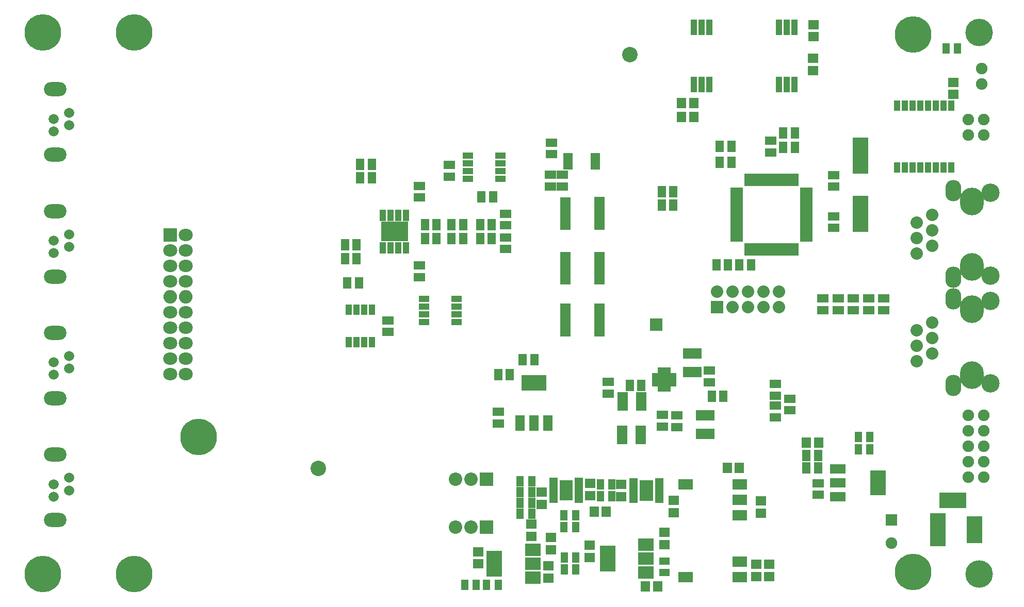
<source format=gts>
G04 #@! TF.FileFunction,Soldermask,Top*
%FSLAX46Y46*%
G04 Gerber Fmt 4.6, Leading zero omitted, Abs format (unit mm)*
G04 Created by KiCad (PCBNEW 4.0.4+e1-6308~48~ubuntu15.10.1-stable) date Wed Aug 23 09:17:44 2017*
%MOMM*%
%LPD*%
G01*
G04 APERTURE LIST*
%ADD10C,0.150000*%
%ADD11C,6.008000*%
%ADD12C,4.508000*%
%ADD13C,1.908000*%
%ADD14R,1.758000X1.508000*%
%ADD15R,1.508000X1.758000*%
%ADD16R,1.208000X1.808000*%
%ADD17C,2.540000*%
%ADD18R,1.397000X1.905000*%
%ADD19R,1.905000X1.397000*%
%ADD20C,1.668000*%
%ADD21O,3.708000X2.308000*%
%ADD22R,2.235200X2.235200*%
%ADD23O,2.308000X2.008000*%
%ADD24O,2.235200X2.235200*%
%ADD25R,1.209040X0.756920*%
%ADD26R,0.756920X1.209040*%
%ADD27R,1.958340X1.958340*%
%ADD28R,1.208000X1.208000*%
%ADD29R,2.032000X2.032000*%
%ADD30C,2.032000*%
%ADD31R,3.048000X1.778000*%
%ADD32R,1.778000X3.048000*%
%ADD33R,4.508500X2.506980*%
%ADD34R,2.506980X4.508500*%
%ADD35R,2.506980X5.509260*%
%ADD36R,1.651000X1.016000*%
%ADD37R,1.508760X0.777240*%
%ADD38R,1.016000X1.651000*%
%ADD39R,2.540000X4.165600*%
%ADD40R,2.540000X1.524000*%
%ADD41R,0.914400X2.032000*%
%ADD42R,2.032000X0.914400*%
%ADD43R,4.165600X2.540000*%
%ADD44R,1.524000X2.540000*%
%ADD45R,1.905000X1.905000*%
%ADD46C,1.905000*%
%ADD47R,1.107440X1.907540*%
%ADD48R,4.508500X3.307080*%
%ADD49R,2.506980X6.007100*%
%ADD50R,1.658620X0.939800*%
%ADD51R,1.108000X2.508000*%
%ADD52R,1.808000X1.208000*%
%ADD53R,2.208000X2.208000*%
%ADD54O,2.208000X2.208000*%
%ADD55R,1.398000X0.928000*%
%ADD56R,1.333000X1.220500*%
%ADD57R,2.408000X1.708000*%
%ADD58R,2.508000X4.308000*%
%ADD59R,2.508000X2.008000*%
%ADD60O,2.608000X3.508000*%
%ADD61O,3.908000X4.543000*%
%ADD62C,3.008000*%
G04 APERTURE END LIST*
D10*
D11*
X208560900Y-51362000D03*
X80710000Y-51020000D03*
X80710000Y-140020000D03*
D12*
X219380000Y-140020000D03*
X219380000Y-51020000D03*
D11*
X65710000Y-140020000D03*
X65710000Y-51020000D03*
X208560900Y-139678000D03*
D13*
X220186200Y-67850000D03*
X217646200Y-67850000D03*
X220186200Y-65310000D03*
X217646200Y-65310000D03*
D14*
X184962800Y-140369800D03*
X184962800Y-138369800D03*
D15*
X193050000Y-118400000D03*
X191050000Y-118400000D03*
D16*
X136850000Y-141775000D03*
X134950000Y-141775000D03*
D15*
X164650000Y-142000000D03*
X166650000Y-142000000D03*
D14*
X148725000Y-140650000D03*
X148725000Y-138650000D03*
D13*
X219820000Y-56950000D03*
X219820000Y-59490000D03*
D17*
X162050000Y-54660000D03*
D18*
X162052000Y-108993940D03*
X163957000Y-108993940D03*
D19*
X175158400Y-106540300D03*
X175158400Y-108445300D03*
D11*
X91287600Y-117449600D03*
D20*
X70081200Y-126230000D03*
X70081200Y-124190000D03*
X67531200Y-125210000D03*
X67531200Y-127250000D03*
D21*
X67731200Y-131100000D03*
X67731200Y-120340000D03*
D20*
X70081200Y-106230000D03*
X70081200Y-104190000D03*
X67531200Y-105210000D03*
X67531200Y-107250000D03*
D21*
X67731200Y-111100000D03*
X67731200Y-100340000D03*
D20*
X70081200Y-86230000D03*
X70081200Y-84190000D03*
X67531200Y-85210000D03*
X67531200Y-87250000D03*
D21*
X67731200Y-91100000D03*
X67731200Y-80340000D03*
D20*
X70081200Y-66230000D03*
X70081200Y-64190000D03*
X67531200Y-65210000D03*
X67531200Y-67250000D03*
D21*
X67731200Y-71100000D03*
X67731200Y-60340000D03*
D22*
X86671200Y-84290000D03*
D23*
X89211200Y-84290000D03*
X86671200Y-86830000D03*
X89211200Y-86830000D03*
X86671200Y-89370000D03*
X89211200Y-89370000D03*
X86671200Y-91910000D03*
X89211200Y-91910000D03*
D24*
X86671200Y-94450000D03*
X89211200Y-94450000D03*
D23*
X86671200Y-96990000D03*
X89211200Y-96990000D03*
X86671200Y-99530000D03*
X89211200Y-99530000D03*
X86671200Y-102070000D03*
X89211200Y-102070000D03*
X86671200Y-104610000D03*
X89211200Y-104610000D03*
X86671200Y-107150000D03*
X89211200Y-107150000D03*
D25*
X169108120Y-108790740D03*
X169108120Y-108290360D03*
X169108120Y-107292140D03*
X169108120Y-107792520D03*
D26*
X167459660Y-106641900D03*
X166959280Y-106641900D03*
X167957500Y-106641900D03*
X168457880Y-106641900D03*
X166959280Y-109440980D03*
X167459660Y-109440980D03*
X168457880Y-109440980D03*
X167957500Y-109440980D03*
D25*
X166309040Y-108290360D03*
X166309040Y-108790740D03*
X166309040Y-107792520D03*
X166309040Y-107292140D03*
D27*
X167708580Y-108041440D03*
D28*
X167358580Y-107691440D03*
X168058580Y-107691440D03*
X168058580Y-108391440D03*
X167358580Y-108391440D03*
D29*
X176427600Y-96162000D03*
D30*
X176427600Y-93622000D03*
X178967600Y-96162000D03*
X178967600Y-93622000D03*
X181507600Y-96162000D03*
X181507600Y-93622000D03*
X184047600Y-96162000D03*
X184047600Y-93622000D03*
X186587600Y-96162000D03*
X186587600Y-93622000D03*
D31*
X174417600Y-113898000D03*
X174417600Y-116946000D03*
D32*
X160832800Y-117142260D03*
X163880800Y-117142260D03*
D18*
X181960100Y-89142000D03*
X180055100Y-89142000D03*
X176305100Y-89142000D03*
X178210100Y-89142000D03*
D19*
X185206640Y-70693280D03*
X185206640Y-68788280D03*
D18*
X117210100Y-85892000D03*
X115305100Y-85892000D03*
X117210100Y-88142000D03*
X115305100Y-88142000D03*
X119710100Y-74892000D03*
X117805100Y-74892000D03*
X119710100Y-72642000D03*
X117805100Y-72642000D03*
D19*
X127507600Y-89289500D03*
X127507600Y-91194500D03*
X127508000Y-78094840D03*
X127508000Y-76189840D03*
X149057360Y-74388980D03*
X149057360Y-76293980D03*
X151008080Y-74388980D03*
X151008080Y-76293980D03*
D33*
X215099260Y-127899400D03*
D34*
X218599380Y-132700000D03*
D35*
X212599900Y-132700000D03*
D18*
X169210100Y-79392000D03*
X167305100Y-79392000D03*
X169210100Y-77142000D03*
X167305100Y-77142000D03*
D29*
X166407600Y-99042000D03*
D36*
X140822680Y-71236840D03*
X135488680Y-71236840D03*
X140822680Y-72506840D03*
X140822680Y-73776840D03*
X140822680Y-75046840D03*
X135488680Y-72506840D03*
X135488680Y-73776840D03*
X135488680Y-75046840D03*
D19*
X141658340Y-82692240D03*
X141658340Y-80787240D03*
X132455920Y-72788780D03*
X132455920Y-74693780D03*
D37*
X151935180Y-71125080D03*
X151935180Y-71633080D03*
X151935180Y-72141080D03*
X151935180Y-72649080D03*
X151935180Y-73157080D03*
X156380180Y-73157080D03*
X156380180Y-72649080D03*
X156380180Y-72141080D03*
X156380180Y-71633080D03*
X156380180Y-71125080D03*
D19*
X141658340Y-84688680D03*
X141658340Y-86593680D03*
D18*
X137703560Y-78041500D03*
X139608560Y-78041500D03*
D19*
X122356880Y-98287840D03*
X122356880Y-100192840D03*
D36*
X128341120Y-98546920D03*
X133675120Y-98546920D03*
X128341120Y-97276920D03*
X128341120Y-96006920D03*
X128341120Y-94736920D03*
X133675120Y-97276920D03*
X133675120Y-96006920D03*
X133675120Y-94736920D03*
D38*
X214866600Y-63042800D03*
X213596600Y-63042800D03*
X212326600Y-63042800D03*
X211056600Y-63042800D03*
X209786600Y-63042800D03*
X208516600Y-63042800D03*
X207246600Y-63042800D03*
X205976600Y-63042800D03*
X205976600Y-73202800D03*
X207246600Y-73202800D03*
X208516600Y-73202800D03*
X209786600Y-73202800D03*
X211056600Y-73202800D03*
X212326600Y-73202800D03*
X213596600Y-73202800D03*
X214866600Y-73202800D03*
D13*
X220186200Y-124080000D03*
X217646200Y-124080000D03*
X220186200Y-121540000D03*
X217646200Y-121540000D03*
X220186200Y-119000000D03*
X217646200Y-119000000D03*
X220186200Y-116460000D03*
X217646200Y-116460000D03*
X220186200Y-113920000D03*
X217646200Y-113920000D03*
D18*
X192952500Y-120500000D03*
X191047500Y-120500000D03*
X176822100Y-72364600D03*
X178727100Y-72364600D03*
X187253880Y-69842380D03*
X189158880Y-69842380D03*
X178760120Y-69740780D03*
X176855120Y-69740780D03*
X187253880Y-67541140D03*
X189158880Y-67541140D03*
X137505440Y-84841080D03*
X139410440Y-84841080D03*
D31*
X172364400Y-106781600D03*
X172364400Y-103733600D03*
D32*
X163923980Y-111589820D03*
X160875980Y-111589820D03*
D19*
X195507600Y-74439500D03*
X195507600Y-76344500D03*
X195507600Y-83094500D03*
X195507600Y-81189500D03*
X193000000Y-126952500D03*
X193000000Y-125047500D03*
D18*
X177431700Y-110810040D03*
X175526700Y-110810040D03*
D19*
X169778680Y-113908840D03*
X169778680Y-115813840D03*
X167396160Y-113837720D03*
X167396160Y-115742720D03*
D18*
X115704620Y-92141040D03*
X117609620Y-92141040D03*
D19*
X193757600Y-94689500D03*
X193757600Y-96594500D03*
X196257600Y-94689500D03*
X196257600Y-96594500D03*
X198757600Y-94689500D03*
X198757600Y-96594500D03*
X201257600Y-94689500D03*
X201257600Y-96594500D03*
X203757600Y-94689500D03*
X203757600Y-96594500D03*
D18*
X192952500Y-122500000D03*
X191047500Y-122500000D03*
D39*
X202802000Y-125000000D03*
D40*
X196198000Y-125000000D03*
X196198000Y-127286000D03*
X196198000Y-122714000D03*
D41*
X185320940Y-75209400D03*
X184520840Y-75209400D03*
X183720740Y-75209400D03*
X182920640Y-75209400D03*
X182120540Y-75209400D03*
X181320440Y-75209400D03*
X186121040Y-75209400D03*
X186921140Y-75209400D03*
X187721240Y-75209400D03*
X188521340Y-75209400D03*
X189321440Y-75209400D03*
X185320940Y-86639400D03*
X184520840Y-86639400D03*
X183720740Y-86639400D03*
X182920640Y-86639400D03*
X182120540Y-86639400D03*
X181320440Y-86639400D03*
X186121040Y-86639400D03*
X186921140Y-86639400D03*
X187721240Y-86639400D03*
X188521340Y-86639400D03*
X189321440Y-86639400D03*
D42*
X179605940Y-80924400D03*
X191035940Y-80924400D03*
X179605940Y-81724500D03*
X191035940Y-81724500D03*
X191035940Y-82524600D03*
X179605940Y-82524600D03*
X179605940Y-83324700D03*
X191035940Y-83324700D03*
X191035940Y-84124800D03*
X179605940Y-84124800D03*
X179605940Y-84924900D03*
X191035940Y-84924900D03*
X191035940Y-80124300D03*
X179605940Y-80124300D03*
X179605940Y-79324200D03*
X191035940Y-79324200D03*
X191035940Y-78524100D03*
X179605940Y-78524100D03*
X179605940Y-77724000D03*
X191035940Y-77724000D03*
X191035940Y-76923900D03*
X179605940Y-76923900D03*
D18*
X146390360Y-104775000D03*
X144485360Y-104775000D03*
D19*
X140484860Y-115252500D03*
X140484860Y-113347500D03*
D18*
X140455100Y-107242000D03*
X142360100Y-107242000D03*
X130360420Y-84841080D03*
X128455420Y-84841080D03*
X128455420Y-82542380D03*
X130360420Y-82542380D03*
X139410440Y-82539840D03*
X137505440Y-82539840D03*
D38*
X115953540Y-96573340D03*
X115953540Y-101907340D03*
X117223540Y-96573340D03*
X118493540Y-96573340D03*
X119763540Y-96573340D03*
X117223540Y-101907340D03*
X118493540Y-101907340D03*
X119763540Y-101907340D03*
D43*
X146326860Y-108585000D03*
D44*
X146326860Y-115189000D03*
X148612860Y-115189000D03*
X144040860Y-115189000D03*
D18*
X132803900Y-82539840D03*
X134708900Y-82539840D03*
X132803900Y-84841080D03*
X134708900Y-84841080D03*
D45*
X205000000Y-131095000D03*
D46*
X205000000Y-134905000D03*
D19*
X158507600Y-110344500D03*
X158507600Y-108439500D03*
X188315600Y-111163100D03*
X188315600Y-113068100D03*
D47*
X125361700Y-86360000D03*
X125361700Y-81026000D03*
X124091700Y-86360000D03*
X122821700Y-86360000D03*
X121551700Y-86360000D03*
X124091700Y-81026000D03*
X122821700Y-81026000D03*
X121551700Y-81026000D03*
D48*
X123456700Y-83693000D03*
D19*
X185978800Y-108775500D03*
X185978800Y-110680500D03*
D49*
X199957600Y-71262200D03*
X199957600Y-80761800D03*
D50*
X151462740Y-95981520D03*
X151462740Y-96616520D03*
X151462740Y-97276920D03*
X151462740Y-97911920D03*
X151462740Y-98572320D03*
X151462740Y-99220020D03*
X151462740Y-99867720D03*
X151462740Y-100515420D03*
X157050740Y-100515420D03*
X157050740Y-99867720D03*
X157050740Y-99220020D03*
X157050740Y-98572320D03*
X157050740Y-97911920D03*
X157050740Y-97264220D03*
X157050740Y-96616520D03*
X157050740Y-95968820D03*
X151462740Y-87480140D03*
X151462740Y-88115140D03*
X151462740Y-88775540D03*
X151462740Y-89410540D03*
X151462740Y-90070940D03*
X151462740Y-90718640D03*
X151462740Y-91366340D03*
X151462740Y-92014040D03*
X157050740Y-92014040D03*
X157050740Y-91366340D03*
X157050740Y-90718640D03*
X157050740Y-90070940D03*
X157050740Y-89410540D03*
X157050740Y-88762840D03*
X157050740Y-88115140D03*
X157050740Y-87467440D03*
X151462740Y-78480920D03*
X151462740Y-79115920D03*
X151462740Y-79776320D03*
X151462740Y-80411320D03*
X151462740Y-81071720D03*
X151462740Y-81719420D03*
X151462740Y-82367120D03*
X151462740Y-83014820D03*
X157050740Y-83014820D03*
X157050740Y-82367120D03*
X157050740Y-81719420D03*
X157050740Y-81071720D03*
X157050740Y-80411320D03*
X157050740Y-79763620D03*
X157050740Y-79115920D03*
X157050740Y-78468220D03*
D19*
X185978800Y-112331500D03*
X185978800Y-114236500D03*
X149207600Y-70994500D03*
X149207600Y-69089500D03*
D16*
X201450000Y-117500000D03*
X199550000Y-117500000D03*
X201450000Y-119500000D03*
X199550000Y-119500000D03*
D14*
X192176400Y-57235600D03*
X192176400Y-55235600D03*
D15*
X172551600Y-62636400D03*
X170551600Y-62636400D03*
D14*
X192227200Y-51698400D03*
X192227200Y-49698400D03*
D15*
X172551600Y-64922400D03*
X170551600Y-64922400D03*
D51*
X172542200Y-59513200D03*
X173812200Y-59513200D03*
X175082200Y-59513200D03*
X186512200Y-59513200D03*
X187782200Y-59513200D03*
X189052200Y-59513200D03*
X189052200Y-50113200D03*
X187782200Y-50113200D03*
X186512200Y-50113200D03*
X175082200Y-50113200D03*
X173812200Y-50113200D03*
X172542200Y-50113200D03*
D14*
X215188800Y-59198000D03*
X215188800Y-61198000D03*
X155550000Y-127110000D03*
X155550000Y-125110000D03*
X182854600Y-140369800D03*
X182854600Y-138369800D03*
X145905000Y-131785000D03*
X145905000Y-133785000D03*
X147630000Y-126510000D03*
X147630000Y-128510000D03*
X167750000Y-135150000D03*
X167750000Y-133150000D03*
X155450000Y-137250000D03*
X155450000Y-135250000D03*
X183550000Y-128000000D03*
X183550000Y-130000000D03*
D15*
X180050000Y-122500000D03*
X178050000Y-122500000D03*
D14*
X149100000Y-136000000D03*
X149100000Y-134000000D03*
X137225000Y-138300000D03*
X137225000Y-136300000D03*
D16*
X145955000Y-124710000D03*
X144055000Y-124710000D03*
X144055000Y-126510000D03*
X145955000Y-126510000D03*
X145955000Y-128310000D03*
X144055000Y-128310000D03*
X144055000Y-130110000D03*
X145955000Y-130110000D03*
D52*
X167750000Y-139725000D03*
X167750000Y-137825000D03*
D16*
X151300000Y-137250000D03*
X153200000Y-137250000D03*
X153200000Y-139200000D03*
X151300000Y-139200000D03*
X140450000Y-141775000D03*
X138550000Y-141775000D03*
D53*
X138580000Y-124440000D03*
D54*
X136040000Y-124440000D03*
X133500000Y-124440000D03*
D53*
X138580000Y-132275000D03*
D54*
X136040000Y-132275000D03*
X133500000Y-132275000D03*
D55*
X153735000Y-127860000D03*
X153735000Y-127210000D03*
X153735000Y-126560000D03*
X153735000Y-125910000D03*
X153735000Y-125260000D03*
X153735000Y-124610000D03*
X149525000Y-124610000D03*
X149525000Y-125260000D03*
X149525000Y-125910000D03*
X149525000Y-126560000D03*
X149525000Y-127210000D03*
X149525000Y-127860000D03*
D56*
X151217500Y-125166250D03*
X151217500Y-125878750D03*
X151217500Y-126591250D03*
X151217500Y-127303750D03*
X152042500Y-125166250D03*
X152042500Y-125878750D03*
X152042500Y-126591250D03*
X152042500Y-127303750D03*
D57*
X180125000Y-140520000D03*
X180125000Y-137980000D03*
X180125000Y-130360000D03*
X180125000Y-127820000D03*
X180125000Y-125280000D03*
X171225000Y-125280000D03*
X171225000Y-140520000D03*
D58*
X158425000Y-137425000D03*
D59*
X164725000Y-137425000D03*
X164725000Y-135125000D03*
X164725000Y-139725000D03*
D58*
X139850000Y-138300000D03*
D59*
X146150000Y-138300000D03*
X146150000Y-136000000D03*
X146150000Y-140600000D03*
D17*
X110980000Y-122600000D03*
D16*
X215850000Y-53620000D03*
X213950000Y-53620000D03*
D14*
X169260000Y-127880000D03*
X169260000Y-129880000D03*
D15*
X158200000Y-129770000D03*
X156200000Y-129770000D03*
D14*
X160670000Y-125250000D03*
X160670000Y-127250000D03*
D16*
X157220000Y-125230000D03*
X159120000Y-125230000D03*
X159140000Y-127200000D03*
X157240000Y-127200000D03*
D55*
X166895000Y-127885000D03*
X166895000Y-127235000D03*
X166895000Y-126585000D03*
X166895000Y-125935000D03*
X166895000Y-125285000D03*
X166895000Y-124635000D03*
X162685000Y-124635000D03*
X162685000Y-125285000D03*
X162685000Y-125935000D03*
X162685000Y-126585000D03*
X162685000Y-127235000D03*
X162685000Y-127885000D03*
D56*
X164377500Y-125191250D03*
X164377500Y-125903750D03*
X164377500Y-126616250D03*
X164377500Y-127328750D03*
X165202500Y-125191250D03*
X165202500Y-125903750D03*
X165202500Y-126616250D03*
X165202500Y-127328750D03*
D16*
X151250000Y-130320000D03*
X153150000Y-130320000D03*
X151250000Y-132290000D03*
X153150000Y-132290000D03*
D60*
X215164480Y-91254500D03*
X215164480Y-77029500D03*
D30*
X209144140Y-84746520D03*
X209144140Y-82206520D03*
X209144140Y-87286520D03*
X211684140Y-80936520D03*
X211684140Y-83476520D03*
X211684140Y-86016520D03*
D61*
X218211940Y-89539500D03*
X218214480Y-78744500D03*
D62*
X221261940Y-77362000D03*
X221261940Y-90922000D03*
D60*
X215164480Y-109004500D03*
X215164480Y-94779500D03*
D30*
X209144140Y-102496520D03*
X209144140Y-99956520D03*
X209144140Y-105036520D03*
X211684140Y-98686520D03*
X211684140Y-101226520D03*
X211684140Y-103766520D03*
D61*
X218211940Y-107289500D03*
X218214480Y-96494500D03*
D62*
X221261940Y-95112000D03*
X221261940Y-108672000D03*
M02*

</source>
